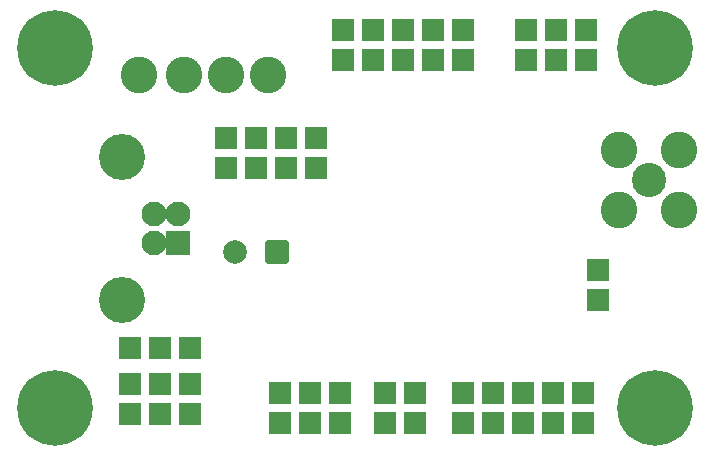
<source format=gbr>
%TF.GenerationSoftware,KiCad,Pcbnew,6.0.11+dfsg-1*%
%TF.CreationDate,2024-04-10T21:58:09+00:00*%
%TF.ProjectId,GPS02B,47505330-3242-42e6-9b69-6361645f7063,REV*%
%TF.SameCoordinates,Original*%
%TF.FileFunction,Soldermask,Top*%
%TF.FilePolarity,Negative*%
%FSLAX46Y46*%
G04 Gerber Fmt 4.6, Leading zero omitted, Abs format (unit mm)*
G04 Created by KiCad (PCBNEW 6.0.11+dfsg-1) date 2024-04-10 21:58:09*
%MOMM*%
%LPD*%
G01*
G04 APERTURE LIST*
G04 Aperture macros list*
%AMRoundRect*
0 Rectangle with rounded corners*
0 $1 Rounding radius*
0 $2 $3 $4 $5 $6 $7 $8 $9 X,Y pos of 4 corners*
0 Add a 4 corners polygon primitive as box body*
4,1,4,$2,$3,$4,$5,$6,$7,$8,$9,$2,$3,0*
0 Add four circle primitives for the rounded corners*
1,1,$1+$1,$2,$3*
1,1,$1+$1,$4,$5*
1,1,$1+$1,$6,$7*
1,1,$1+$1,$8,$9*
0 Add four rect primitives between the rounded corners*
20,1,$1+$1,$2,$3,$4,$5,0*
20,1,$1+$1,$4,$5,$6,$7,0*
20,1,$1+$1,$6,$7,$8,$9,0*
20,1,$1+$1,$8,$9,$2,$3,0*%
G04 Aperture macros list end*
%ADD10RoundRect,0.200000X0.800000X0.800000X-0.800000X0.800000X-0.800000X-0.800000X0.800000X-0.800000X0*%
%ADD11C,2.000000*%
%ADD12RoundRect,0.200000X0.762000X-0.762000X0.762000X0.762000X-0.762000X0.762000X-0.762000X-0.762000X0*%
%ADD13RoundRect,0.200000X0.850000X0.850000X-0.850000X0.850000X-0.850000X-0.850000X0.850000X-0.850000X0*%
%ADD14C,2.100000*%
%ADD15C,3.900000*%
%ADD16RoundRect,0.200000X-0.762000X0.762000X-0.762000X-0.762000X0.762000X-0.762000X0.762000X0.762000X0*%
%ADD17C,2.900000*%
%ADD18C,3.100000*%
%ADD19RoundRect,0.200000X0.762000X0.762000X-0.762000X0.762000X-0.762000X-0.762000X0.762000X-0.762000X0*%
%ADD20C,6.400000*%
%ADD21RoundRect,0.200000X-0.762000X-0.762000X0.762000X-0.762000X0.762000X0.762000X-0.762000X0.762000X0*%
G04 APERTURE END LIST*
D10*
%TO.C,C1*%
X23876000Y18288000D03*
D11*
X20376000Y18288000D03*
%TD*%
D12*
%TO.C,J1*%
X11430000Y4572000D03*
X11430000Y7112000D03*
X13970000Y4572000D03*
X13970000Y7112000D03*
X16510000Y4572000D03*
X16510000Y7112000D03*
%TD*%
D13*
%TO.C,J2*%
X15494000Y19050000D03*
D14*
X15494000Y21550000D03*
X13494000Y21550000D03*
X13494000Y19050000D03*
D15*
X10784000Y14280000D03*
X10784000Y26320000D03*
%TD*%
D12*
%TO.C,J3*%
X24130000Y3810000D03*
X24130000Y6350000D03*
X26670000Y3810000D03*
X26670000Y6350000D03*
X29210000Y3810000D03*
X29210000Y6350000D03*
%TD*%
D16*
%TO.C,J4*%
X35560000Y6350000D03*
X35560000Y3810000D03*
%TD*%
%TO.C,J5*%
X33020000Y6350000D03*
X33020000Y3810000D03*
%TD*%
%TO.C,J6*%
X47244000Y6350000D03*
X47244000Y3810000D03*
%TD*%
%TO.C,J8*%
X44704000Y6350000D03*
X44704000Y3810000D03*
%TD*%
%TO.C,J9*%
X49784000Y6350000D03*
X49784000Y3810000D03*
%TD*%
%TO.C,J10*%
X39624000Y6350000D03*
X39624000Y3810000D03*
%TD*%
D12*
%TO.C,J11*%
X34544000Y34544000D03*
X34544000Y37084000D03*
%TD*%
D16*
%TO.C,J13*%
X37084000Y37084000D03*
X37084000Y34544000D03*
%TD*%
%TO.C,J14*%
X51054000Y16764000D03*
X51054000Y14224000D03*
%TD*%
D12*
%TO.C,J15*%
X44958000Y34544000D03*
X44958000Y37084000D03*
X47498000Y34544000D03*
X47498000Y37084000D03*
X50038000Y34544000D03*
X50038000Y37084000D03*
%TD*%
%TO.C,J16*%
X32004000Y34544000D03*
X32004000Y37084000D03*
%TD*%
D17*
%TO.C,J18*%
X55372000Y24384000D03*
D18*
X57912000Y21844000D03*
X52832000Y26924000D03*
X52832000Y21844000D03*
X57912000Y26924000D03*
%TD*%
D19*
%TO.C,JP6*%
X27178000Y25400000D03*
X27178000Y27940000D03*
%TD*%
%TO.C,JP7*%
X22098000Y25400000D03*
X22098000Y27940000D03*
%TD*%
%TO.C,JP8*%
X24638000Y25400000D03*
X24638000Y27940000D03*
%TD*%
D20*
%TO.C,M1*%
X5080000Y5080000D03*
%TD*%
%TO.C,M2*%
X55880000Y35560000D03*
%TD*%
%TO.C,M3*%
X55880000Y5080000D03*
%TD*%
%TO.C,M4*%
X5080000Y35560000D03*
%TD*%
D12*
%TO.C,JP1*%
X11430000Y10160000D03*
X13970000Y10160000D03*
X16510000Y10160000D03*
%TD*%
D19*
%TO.C,JP9*%
X19558000Y25400000D03*
X19558000Y27940000D03*
%TD*%
D21*
%TO.C,JP2*%
X39624000Y37084000D03*
X39624000Y34544000D03*
%TD*%
D16*
%TO.C,J12*%
X29464000Y37084000D03*
X29464000Y34544000D03*
%TD*%
%TO.C,J7*%
X42164000Y6350000D03*
X42164000Y3810000D03*
%TD*%
D18*
%TO.C,D3*%
X12192000Y33274000D03*
%TD*%
%TO.C,D5*%
X16002000Y33274000D03*
%TD*%
%TO.C,D6*%
X23114000Y33306000D03*
%TD*%
%TO.C,D4*%
X19558000Y33306000D03*
%TD*%
M02*

</source>
